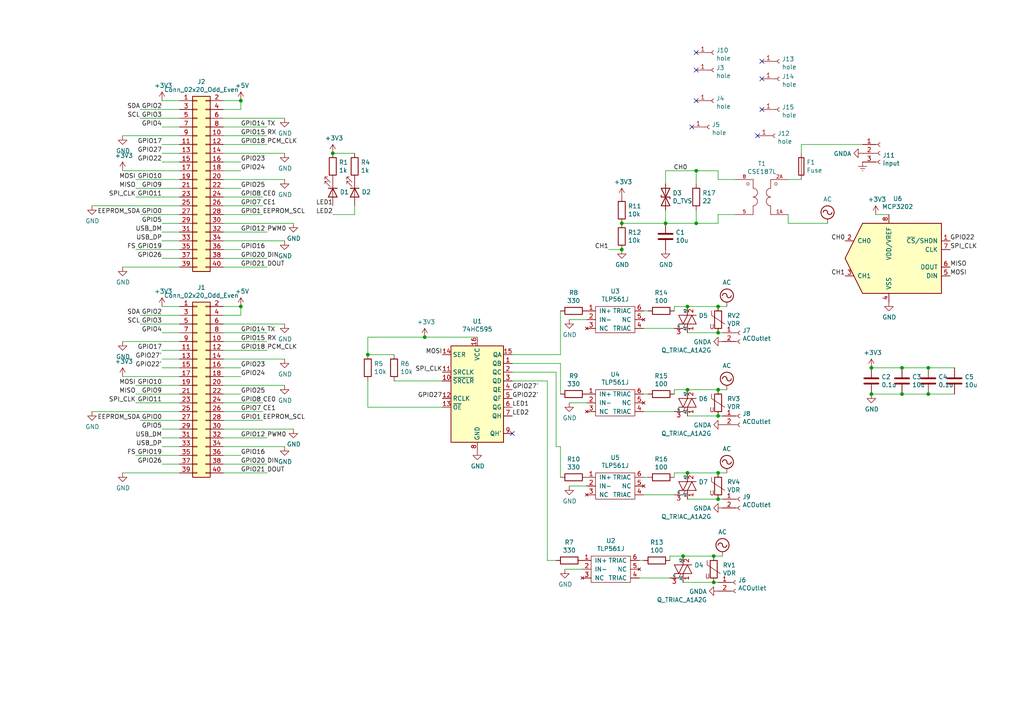
<source format=kicad_sch>
(kicad_sch (version 20211123) (generator eeschema)
  (paper "A4")
  (lib_symbols
    (symbol "74xx:74HC595"
      (property "Reference" "U" (at -7.62 13.97 0))
      (property "Value" "74HC595" (at -7.62 -16.51 0))
      (symbol "74HC595_1_0"
        (pin tri_state line (at 10.16 7.62 180) (length 2.54) (name "QB") (number "1"))
        (pin input line (at -10.16 2.54 0) (length 2.54) (name "~{SRCLR}") (number "10"))
        (pin input line (at -10.16 5.08 0) (length 2.54) (name "SRCLK") (number "11"))
        (pin input line (at -10.16 -2.54 0) (length 2.54) (name "RCLK") (number "12"))
        (pin input line (at -10.16 -5.08 0) (length 2.54) (name "~{OE}") (number "13"))
        (pin input line (at -10.16 10.16 0) (length 2.54) (name "SER") (number "14"))
        (pin tri_state line (at 10.16 10.16 180) (length 2.54) (name "QA") (number "15"))
        (pin power_in line (at 0 15.24 270) (length 2.54) (name "VCC") (number "16"))
        (pin tri_state line (at 10.16 5.08 180) (length 2.54) (name "QC") (number "2"))
        (pin tri_state line (at 10.16 2.54 180) (length 2.54) (name "QD") (number "3"))
        (pin tri_state line (at 10.16 0 180) (length 2.54) (name "QE") (number "4"))
        (pin tri_state line (at 10.16 -2.54 180) (length 2.54) (name "QF") (number "5"))
        (pin tri_state line (at 10.16 -5.08 180) (length 2.54) (name "QG") (number "6"))
        (pin tri_state line (at 10.16 -7.62 180) (length 2.54) (name "QH") (number "7"))
        (pin power_in line (at 0 -17.78 90) (length 2.54) (name "GND") (number "8"))
        (pin output line (at 10.16 -12.7 180) (length 2.54) (name "QH'") (number "9"))
      )
    )
    (symbol "Analog_ADC:MCP3202" (pin_names (offset 1.016))
      (property "Reference" "U" (at -6.35 11.43 0))
      (property "Value" "MCP3202" (at 11.43 11.43 0))
      (symbol "MCP3202_1_1"
        (pin input line (at 17.78 5.08 180) (length 2.54) (name "~{CS}/SHDN") (number "1"))
        (pin passive line (at -12.7 5.08 0) (length 2.54) (name "CH0") (number "2"))
        (pin passive line (at -12.7 -5.08 0) (length 2.54) (name "CH1") (number "3"))
        (pin power_in line (at 0 -12.7 90) (length 2.54) (name "VSS") (number "4"))
        (pin input line (at 17.78 -5.08 180) (length 2.54) (name "DIN") (number "5"))
        (pin output line (at 17.78 -2.54 180) (length 2.54) (name "DOUT") (number "6"))
        (pin input line (at 17.78 2.54 180) (length 2.54) (name "CLK") (number "7"))
        (pin power_in line (at 0 12.7 270) (length 2.54) (name "VDD/VREF") (number "8"))
      )
    )
    (symbol "CSE187L:CSE187L" (pin_names (offset 1.016) hide)
      (property "Reference" "T" (at -5.08 7.62 0))
      (property "Value" "CSE187L" (at -5.08 -7.62 0))
      (symbol "CSE187L_0_0"
        (pin passive line (at -7.62 -5.08 0) (length 5.08) (name "~") (number "1A"))
        (pin passive line (at -7.62 5.08 0) (length 5.08) (name "~") (number "2A"))
        (pin passive line (at 7.62 -5.08 180) (length 5.08) (name "~") (number "5"))
        (pin passive line (at 7.62 5.08 180) (length 5.08) (name "~") (number "8"))
      )
    )
    (symbol "Connector:Conn_01x01_Female" (pin_names (offset 1.016) hide)
      (property "Reference" "J" (at 0 2.54 0))
      (property "Value" "Conn_01x01_Female" (at 0 -2.54 0))
      (symbol "Conn_01x01_Female_1_1"
        (pin passive line (at -5.08 0 0) (length 3.81) (name "Pin_1") (number "1"))
      )
    )
    (symbol "Connector:Conn_01x02_Female" (pin_names (offset 1.016) hide)
      (property "Reference" "J" (at 0 2.54 0))
      (property "Value" "Conn_01x02_Female" (at 0 -5.08 0))
      (symbol "Conn_01x02_Female_1_1"
        (pin passive line (at -5.08 0 0) (length 3.81) (name "Pin_1") (number "1"))
        (pin passive line (at -5.08 -2.54 0) (length 3.81) (name "Pin_2") (number "2"))
      )
    )
    (symbol "Connector:Conn_01x03_Female" (pin_names (offset 1.016) hide)
      (property "Reference" "J" (at 0 5.08 0))
      (property "Value" "Conn_01x03_Female" (at 0 -5.08 0))
      (symbol "Conn_01x03_Female_1_1"
        (pin passive line (at -5.08 2.54 0) (length 3.81) (name "Pin_1") (number "1"))
        (pin passive line (at -5.08 0 0) (length 3.81) (name "Pin_2") (number "2"))
        (pin passive line (at -5.08 -2.54 0) (length 3.81) (name "Pin_3") (number "3"))
      )
    )
    (symbol "Connector_Generic:Conn_02x20_Odd_Even" (pin_names (offset 1.016) hide)
      (property "Reference" "J" (at 1.27 25.4 0))
      (property "Value" "Conn_02x20_Odd_Even" (at 1.27 -27.94 0))
      (symbol "Conn_02x20_Odd_Even_1_1"
        (pin passive line (at -5.08 22.86 0) (length 3.81) (name "Pin_1") (number "1"))
        (pin passive line (at 7.62 12.7 180) (length 3.81) (name "Pin_10") (number "10"))
        (pin passive line (at -5.08 10.16 0) (length 3.81) (name "Pin_11") (number "11"))
        (pin passive line (at 7.62 10.16 180) (length 3.81) (name "Pin_12") (number "12"))
        (pin passive line (at -5.08 7.62 0) (length 3.81) (name "Pin_13") (number "13"))
        (pin passive line (at 7.62 7.62 180) (length 3.81) (name "Pin_14") (number "14"))
        (pin passive line (at -5.08 5.08 0) (length 3.81) (name "Pin_15") (number "15"))
        (pin passive line (at 7.62 5.08 180) (length 3.81) (name "Pin_16") (number "16"))
        (pin passive line (at -5.08 2.54 0) (length 3.81) (name "Pin_17") (number "17"))
        (pin passive line (at 7.62 2.54 180) (length 3.81) (name "Pin_18") (number "18"))
        (pin passive line (at -5.08 0 0) (length 3.81) (name "Pin_19") (number "19"))
        (pin passive line (at 7.62 22.86 180) (length 3.81) (name "Pin_2") (number "2"))
        (pin passive line (at 7.62 0 180) (length 3.81) (name "Pin_20") (number "20"))
        (pin passive line (at -5.08 -2.54 0) (length 3.81) (name "Pin_21") (number "21"))
        (pin passive line (at 7.62 -2.54 180) (length 3.81) (name "Pin_22") (number "22"))
        (pin passive line (at -5.08 -5.08 0) (length 3.81) (name "Pin_23") (number "23"))
        (pin passive line (at 7.62 -5.08 180) (length 3.81) (name "Pin_24") (number "24"))
        (pin passive line (at -5.08 -7.62 0) (length 3.81) (name "Pin_25") (number "25"))
        (pin passive line (at 7.62 -7.62 180) (length 3.81) (name "Pin_26") (number "26"))
        (pin passive line (at -5.08 -10.16 0) (length 3.81) (name "Pin_27") (number "27"))
        (pin passive line (at 7.62 -10.16 180) (length 3.81) (name "Pin_28") (number "28"))
        (pin passive line (at -5.08 -12.7 0) (length 3.81) (name "Pin_29") (number "29"))
        (pin passive line (at -5.08 20.32 0) (length 3.81) (name "Pin_3") (number "3"))
        (pin passive line (at 7.62 -12.7 180) (length 3.81) (name "Pin_30") (number "30"))
        (pin passive line (at -5.08 -15.24 0) (length 3.81) (name "Pin_31") (number "31"))
        (pin passive line (at 7.62 -15.24 180) (length 3.81) (name "Pin_32") (number "32"))
        (pin passive line (at -5.08 -17.78 0) (length 3.81) (name "Pin_33") (number "33"))
        (pin passive line (at 7.62 -17.78 180) (length 3.81) (name "Pin_34") (number "34"))
        (pin passive line (at -5.08 -20.32 0) (length 3.81) (name "Pin_35") (number "35"))
        (pin passive line (at 7.62 -20.32 180) (length 3.81) (name "Pin_36") (number "36"))
        (pin passive line (at -5.08 -22.86 0) (length 3.81) (name "Pin_37") (number "37"))
        (pin passive line (at 7.62 -22.86 180) (length 3.81) (name "Pin_38") (number "38"))
        (pin passive line (at -5.08 -25.4 0) (length 3.81) (name "Pin_39") (number "39"))
        (pin passive line (at 7.62 20.32 180) (length 3.81) (name "Pin_4") (number "4"))
        (pin passive line (at 7.62 -25.4 180) (length 3.81) (name "Pin_40") (number "40"))
        (pin passive line (at -5.08 17.78 0) (length 3.81) (name "Pin_5") (number "5"))
        (pin passive line (at 7.62 17.78 180) (length 3.81) (name "Pin_6") (number "6"))
        (pin passive line (at -5.08 15.24 0) (length 3.81) (name "Pin_7") (number "7"))
        (pin passive line (at 7.62 15.24 180) (length 3.81) (name "Pin_8") (number "8"))
        (pin passive line (at -5.08 12.7 0) (length 3.81) (name "Pin_9") (number "9"))
      )
    )
    (symbol "Device:C" (pin_numbers hide) (pin_names (offset 0.254))
      (property "Reference" "C" (at 0.635 2.54 0))
      (property "Value" "C" (at 0.635 -2.54 0))
      (symbol "C_1_1"
        (pin passive line (at 0 3.81 270) (length 2.794) (name "~") (number "1"))
        (pin passive line (at 0 -3.81 90) (length 2.794) (name "~") (number "2"))
      )
    )
    (symbol "Device:D_TVS" (pin_numbers hide) (pin_names (offset 1.016) hide)
      (property "Reference" "D" (at 0 2.54 0))
      (property "Value" "D_TVS" (at 0 -2.54 0))
      (symbol "D_TVS_1_1"
        (pin passive line (at -3.81 0 0) (length 2.54) (name "A1") (number "1"))
        (pin passive line (at 3.81 0 180) (length 2.54) (name "A2") (number "2"))
      )
    )
    (symbol "Device:Fuse" (pin_numbers hide) (pin_names (offset 0))
      (property "Reference" "F" (at 2.032 0 90))
      (property "Value" "Fuse" (at -1.905 0 90))
      (symbol "Fuse_1_1"
        (pin passive line (at 0 3.81 270) (length 1.27) (name "~") (number "1"))
        (pin passive line (at 0 -3.81 90) (length 1.27) (name "~") (number "2"))
      )
    )
    (symbol "Device:LED" (pin_numbers hide) (pin_names (offset 1.016) hide)
      (property "Reference" "D" (at 0 2.54 0))
      (property "Value" "LED" (at 0 -2.54 0))
      (symbol "LED_1_1"
        (pin passive line (at -3.81 0 0) (length 2.54) (name "K") (number "1"))
        (pin passive line (at 3.81 0 180) (length 2.54) (name "A") (number "2"))
      )
    )
    (symbol "Device:Q_TRIAC_A1A2G" (pin_names (offset 0))
      (property "Reference" "D" (at 3.175 0.635 0))
      (property "Value" "Q_TRIAC_A1A2G" (at 3.175 -1.27 0))
      (symbol "Q_TRIAC_A1A2G_1_1"
        (pin passive line (at 0 -3.81 90) (length 2.54) (name "A1") (number "1"))
        (pin passive line (at 0 3.81 270) (length 2.54) (name "A2") (number "2"))
        (pin input line (at -3.81 -2.54 0) (length 2.54) (name "G") (number "3"))
      )
    )
    (symbol "Device:R" (pin_numbers hide) (pin_names (offset 0))
      (property "Reference" "R" (at 2.032 0 90))
      (property "Value" "R" (at 0 0 90))
      (symbol "R_1_1"
        (pin passive line (at 0 3.81 270) (length 1.27) (name "~") (number "1"))
        (pin passive line (at 0 -3.81 90) (length 1.27) (name "~") (number "2"))
      )
    )
    (symbol "Device:Varistor" (pin_numbers hide) (pin_names (offset 0))
      (property "Reference" "RV" (at 3.175 0 90))
      (property "Value" "Varistor" (at -3.175 0 90))
      (symbol "Varistor_0_0"
        (text "U" (at -1.778 -2.032 0) (effects (font (size 1.27 1.27))))
      )
      (symbol "Varistor_1_1"
        (pin passive line (at 0 3.81 270) (length 1.27) (name "~") (number "1"))
        (pin passive line (at 0 -3.81 90) (length 1.27) (name "~") (number "2"))
      )
    )
    (symbol "power:+3V3" (power) (pin_names (offset 0))
      (property "Value" "+3V3" (at 0 3.556 0))
      (symbol "+3V3_1_1"
        (pin power_in line (at 0 0 90) (length 0) hide (name "+3V3") (number "1"))
      )
    )
    (symbol "power:+5V" (power) (pin_names (offset 0))
      (property "Value" "+5V" (at 0 3.556 0))
      (symbol "+5V_1_1"
        (pin power_in line (at 0 0 90) (length 0) hide (name "+5V") (number "1"))
      )
    )
    (symbol "power:AC" (power) (pin_names (offset 0))
      (property "Value" "AC" (at 0 6.35 0))
      (symbol "AC_1_1"
        (pin power_in line (at 0 0 90) (length 0) hide (name "AC") (number "1"))
      )
    )
    (symbol "power:Earth" (power) (pin_names (offset 0))
      (symbol "Earth_1_1"
        (pin power_in line (at 0 0 270) (length 0) hide (name "Earth") (number "1"))
      )
    )
    (symbol "power:GND" (power) (pin_names (offset 0))
      (property "Value" "GND" (at 0 -3.81 0))
      (symbol "GND_1_1"
        (pin power_in line (at 0 0 270) (length 0) hide (name "GND") (number "1"))
      )
    )
    (symbol "power:GNDA" (power) (pin_names (offset 0))
      (property "Value" "GNDA" (at 0 -3.81 0))
      (symbol "GNDA_1_1"
        (pin power_in line (at 0 0 270) (length 0) hide (name "GNDA") (number "1"))
      )
    )
    (symbol "thisProj:TLP561J" (pin_names (offset 1.016))
      (property "Reference" "U" (at 0 -5.08 0))
      (property "Value" "TLP561J" (at 0 5.08 0))
      (symbol "TLP561J_1_1"
        (pin passive line (at -8.89 2.54 0) (length 2.54) (name "IN+") (number "1"))
        (pin passive line (at -8.89 0 0) (length 2.54) (name "IN-") (number "2"))
        (pin no_connect line (at -8.89 -2.54 0) (length 2.54) (name "NC") (number "3"))
        (pin passive line (at 7.62 -2.54 180) (length 2.54) (name "TRIAC") (number "4"))
        (pin no_connect line (at 7.62 0 180) (length 2.54) (name "NC") (number "5"))
        (pin passive line (at 7.62 2.54 180) (length 2.54) (name "TRIAC") (number "6"))
      )
    )
  )
  (junction (at 252.73 106.68))
  (junction (at 261.62 106.68))
  (junction (at 201.93 64.77))
  (junction (at 208.28 88.9))
  (junction (at 252.73 114.3))
  (junction (at 199.39 137.16))
  (junction (at 198.12 161.29))
  (junction (at 269.24 114.3))
  (junction (at 199.39 113.03))
  (junction (at 193.04 64.77))
  (junction (at 180.34 72.39))
  (junction (at 269.24 106.68))
  (junction (at 106.68 102.87))
  (junction (at 201.93 49.53))
  (junction (at 207.01 161.29))
  (junction (at 261.62 114.3))
  (junction (at 180.34 64.77))
  (junction (at 207.01 168.91))
  (junction (at 96.52 44.45))
  (junction (at 199.39 88.9))
  (junction (at 208.28 120.65))
  (junction (at 123.19 97.79))
  (junction (at 69.85 29.21))
  (junction (at 208.28 137.16))
  (junction (at 208.28 113.03))
  (junction (at 69.85 88.9))
  (junction (at 208.28 96.52))
  (junction (at 208.28 144.78))
  (no_connect (at 220.98 22.86))
  (no_connect (at 148.59 125.73))
  (no_connect (at 201.93 15.24))
  (no_connect (at 201.93 29.21))
  (no_connect (at 201.93 20.32))
  (no_connect (at 220.98 31.75))
  (no_connect (at 220.98 17.78))
  (no_connect (at 200.66 36.83))
  (no_connect (at 219.71 39.37))
  (bus_entry (at 200.66 232.41) (size 2.54 2.54))
  (wire (pts (xy 64.77 111.76) (xy 82.55 111.76)))
  (wire (pts (xy 46.99 104.14) (xy 52.07 104.14)))
  (wire (pts (xy 64.77 39.37) (xy 77.47 39.37)))
  (wire (pts (xy 64.77 34.29) (xy 82.55 34.29)))
  (wire (pts (xy 40.64 121.92) (xy 52.07 121.92)))
  (wire (pts (xy 46.99 101.6) (xy 52.07 101.6)))
  (wire (pts (xy 158.75 110.49) (xy 158.75 162.56)))
  (wire (pts (xy 46.99 64.77) (xy 52.07 64.77)))
  (wire (pts (xy 46.99 44.45) (xy 52.07 44.45)))
  (wire (pts (xy 261.62 106.68) (xy 269.24 106.68)))
  (wire (pts (xy 269.24 114.3) (xy 261.62 114.3)))
  (wire (pts (xy 64.77 104.14) (xy 82.55 104.14)))
  (wire (pts (xy 201.93 49.53) (xy 208.28 49.53)))
  (wire (pts (xy 64.77 31.75) (xy 69.85 31.75)))
  (wire (pts (xy 195.58 88.9) (xy 199.39 88.9)))
  (wire (pts (xy 64.77 101.6) (xy 77.47 101.6)))
  (wire (pts (xy 82.55 69.85) (xy 64.77 69.85)))
  (wire (pts (xy 198.12 161.29) (xy 207.01 161.29)))
  (wire (pts (xy 158.75 162.56) (xy 161.29 162.56)))
  (wire (pts (xy 64.77 52.07) (xy 82.55 52.07)))
  (wire (pts (xy 35.56 109.22) (xy 52.07 109.22)))
  (wire (pts (xy 46.99 67.31) (xy 52.07 67.31)))
  (wire (pts (xy 193.04 53.34) (xy 193.04 49.53)))
  (wire (pts (xy 40.64 34.29) (xy 52.07 34.29)))
  (wire (pts (xy 106.68 110.49) (xy 106.68 118.11)))
  (wire (pts (xy 96.52 62.23) (xy 102.87 62.23)))
  (wire (pts (xy 64.77 29.21) (xy 69.85 29.21)))
  (wire (pts (xy 39.37 72.39) (xy 52.07 72.39)))
  (wire (pts (xy 228.6 64.77) (xy 228.6 62.23)))
  (wire (pts (xy 165.1 116.84) (xy 170.18 116.84)))
  (wire (pts (xy 46.99 124.46) (xy 52.07 124.46)))
  (wire (pts (xy 46.99 88.9) (xy 52.07 88.9)))
  (wire (pts (xy 148.59 110.49) (xy 158.75 110.49)))
  (wire (pts (xy 40.64 93.98) (xy 52.07 93.98)))
  (wire (pts (xy 46.99 41.91) (xy 52.07 41.91)))
  (wire (pts (xy 64.77 116.84) (xy 76.2 116.84)))
  (wire (pts (xy 64.77 106.68) (xy 69.85 106.68)))
  (wire (pts (xy 199.39 137.16) (xy 208.28 137.16)))
  (wire (pts (xy 40.64 31.75) (xy 52.07 31.75)))
  (wire (pts (xy 64.77 77.47) (xy 77.47 77.47)))
  (wire (pts (xy 208.28 88.9) (xy 210.82 88.9)))
  (wire (pts (xy 193.04 60.96) (xy 193.04 64.77)))
  (wire (pts (xy 69.85 31.75) (xy 69.85 29.21)))
  (wire (pts (xy 199.39 113.03) (xy 208.28 113.03)))
  (wire (pts (xy 195.58 113.03) (xy 199.39 113.03)))
  (wire (pts (xy 195.58 90.17) (xy 195.58 88.9)))
  (wire (pts (xy 64.77 99.06) (xy 77.47 99.06)))
  (wire (pts (xy 165.1 92.71) (xy 170.18 92.71)))
  (wire (pts (xy 232.41 44.45) (xy 232.41 41.91)))
  (wire (pts (xy 64.77 44.45) (xy 82.55 44.45)))
  (wire (pts (xy 208.28 62.23) (xy 208.28 64.77)))
  (wire (pts (xy 254 62.23) (xy 257.81 62.23)))
  (wire (pts (xy 148.59 102.87) (xy 162.56 102.87)))
  (wire (pts (xy 46.99 36.83) (xy 52.07 36.83)))
  (wire (pts (xy 64.77 59.69) (xy 76.2 59.69)))
  (wire (pts (xy 194.31 162.56) (xy 194.31 161.29)))
  (wire (pts (xy 64.77 124.46) (xy 85.09 124.46)))
  (wire (pts (xy 186.69 162.56) (xy 185.42 162.56)))
  (wire (pts (xy 64.77 74.93) (xy 77.47 74.93)))
  (wire (pts (xy 82.55 129.54) (xy 64.77 129.54)))
  (wire (pts (xy 201.93 64.77) (xy 201.93 60.96)))
  (wire (pts (xy 148.59 107.95) (xy 161.29 107.95)))
  (wire (pts (xy 64.77 91.44) (xy 69.85 91.44)))
  (wire (pts (xy 64.77 72.39) (xy 69.85 72.39)))
  (wire (pts (xy 208.28 120.65) (xy 209.55 120.65)))
  (wire (pts (xy 69.85 91.44) (xy 69.85 88.9)))
  (wire (pts (xy 39.37 114.3) (xy 52.07 114.3)))
  (wire (pts (xy 46.99 29.21) (xy 52.07 29.21)))
  (wire (pts (xy 64.77 114.3) (xy 69.85 114.3)))
  (wire (pts (xy 39.37 132.08) (xy 52.07 132.08)))
  (wire (pts (xy 64.77 57.15) (xy 76.2 57.15)))
  (wire (pts (xy 186.69 143.51) (xy 195.58 143.51)))
  (wire (pts (xy 102.87 44.45) (xy 96.52 44.45)))
  (wire (pts (xy 185.42 167.64) (xy 194.31 167.64)))
  (wire (pts (xy 199.39 88.9) (xy 208.28 88.9)))
  (wire (pts (xy 64.77 41.91) (xy 77.47 41.91)))
  (wire (pts (xy 208.28 144.78) (xy 209.55 144.78)))
  (wire (pts (xy 162.56 129.54) (xy 162.56 138.43)))
  (wire (pts (xy 186.69 95.25) (xy 195.58 95.25)))
  (wire (pts (xy 64.77 64.77) (xy 85.09 64.77)))
  (wire (pts (xy 208.28 96.52) (xy 209.55 96.52)))
  (wire (pts (xy 232.41 41.91) (xy 250.19 41.91)))
  (wire (pts (xy 187.96 114.3) (xy 186.69 114.3)))
  (wire (pts (xy 46.99 96.52) (xy 52.07 96.52)))
  (wire (pts (xy 64.77 46.99) (xy 69.85 46.99)))
  (wire (pts (xy 207.01 168.91) (xy 208.28 168.91)))
  (wire (pts (xy 52.07 77.47) (xy 35.56 77.47)))
  (wire (pts (xy 187.96 90.17) (xy 186.69 90.17)))
  (wire (pts (xy 64.77 96.52) (xy 77.47 96.52)))
  (wire (pts (xy 64.77 93.98) (xy 82.55 93.98)))
  (wire (pts (xy 64.77 36.83) (xy 77.47 36.83)))
  (wire (pts (xy 208.28 113.03) (xy 210.82 113.03)))
  (wire (pts (xy 208.28 96.52) (xy 199.39 96.52)))
  (wire (pts (xy 269.24 106.68) (xy 276.86 106.68)))
  (wire (pts (xy 52.07 137.16) (xy 35.56 137.16)))
  (wire (pts (xy 161.29 107.95) (xy 161.29 129.54)))
  (wire (pts (xy 106.68 97.79) (xy 106.68 102.87)))
  (wire (pts (xy 64.77 67.31) (xy 77.47 67.31)))
  (wire (pts (xy 64.77 49.53) (xy 69.85 49.53)))
  (wire (pts (xy 163.83 165.1) (xy 168.91 165.1)))
  (wire (pts (xy 46.99 134.62) (xy 52.07 134.62)))
  (wire (pts (xy 102.87 62.23) (xy 102.87 59.69)))
  (wire (pts (xy 64.77 137.16) (xy 77.47 137.16)))
  (wire (pts (xy 46.99 46.99) (xy 52.07 46.99)))
  (wire (pts (xy 123.19 97.79) (xy 106.68 97.79)))
  (wire (pts (xy 64.77 134.62) (xy 77.47 134.62)))
  (wire (pts (xy 40.64 91.44) (xy 52.07 91.44)))
  (wire (pts (xy 187.96 138.43) (xy 186.69 138.43)))
  (wire (pts (xy 40.64 62.23) (xy 52.07 62.23)))
  (wire (pts (xy 176.53 72.39) (xy 180.34 72.39)))
  (wire (pts (xy 207.01 168.91) (xy 198.12 168.91)))
  (wire (pts (xy 208.28 120.65) (xy 199.39 120.65)))
  (wire (pts (xy 39.37 57.15) (xy 52.07 57.15)))
  (wire (pts (xy 26.67 59.69) (xy 52.07 59.69)))
  (wire (pts (xy 64.77 119.38) (xy 76.2 119.38)))
  (wire (pts (xy 64.77 54.61) (xy 69.85 54.61)))
  (wire (pts (xy 228.6 64.77) (xy 240.03 64.77)))
  (wire (pts (xy 46.99 127) (xy 52.07 127)))
  (wire (pts (xy 193.04 64.77) (xy 201.93 64.77)))
  (wire (pts (xy 276.86 114.3) (xy 269.24 114.3)))
  (wire (pts (xy 46.99 129.54) (xy 52.07 129.54)))
  (wire (pts (xy 148.59 105.41) (xy 162.56 105.41)))
  (wire (pts (xy 114.3 110.49) (xy 128.27 110.49)))
  (wire (pts (xy 180.34 64.77) (xy 193.04 64.77)))
  (wire (pts (xy 39.37 52.07) (xy 52.07 52.07)))
  (wire (pts (xy 106.68 102.87) (xy 114.3 102.87)))
  (wire (pts (xy 46.99 74.93) (xy 52.07 74.93)))
  (wire (pts (xy 208.28 64.77) (xy 201.93 64.77)))
  (wire (pts (xy 46.99 69.85) (xy 52.07 69.85)))
  (wire (pts (xy 162.56 105.41) (xy 162.56 114.3)))
  (wire (pts (xy 35.56 49.53) (xy 52.07 49.53)))
  (wire (pts (xy 64.77 132.08) (xy 69.85 132.08)))
  (wire (pts (xy 46.99 106.68) (xy 52.07 106.68)))
  (wire (pts (xy 138.43 97.79) (xy 123.19 97.79)))
  (wire (pts (xy 261.62 114.3) (xy 252.73 114.3)))
  (wire (pts (xy 252.73 106.68) (xy 261.62 106.68)))
  (wire (pts (xy 162.56 102.87) (xy 162.56 90.17)))
  (wire (pts (xy 195.58 114.3) (xy 195.58 113.03)))
  (wire (pts (xy 35.56 99.06) (xy 52.07 99.06)))
  (wire (pts (xy 208.28 137.16) (xy 210.82 137.16)))
  (wire (pts (xy 208.28 49.53) (xy 208.28 52.07)))
  (wire (pts (xy 64.77 127) (xy 77.47 127)))
  (wire (pts (xy 161.29 129.54) (xy 162.56 129.54)))
  (wire (pts (xy 165.1 140.97) (xy 170.18 140.97)))
  (wire (pts (xy 26.67 119.38) (xy 52.07 119.38)))
  (wire (pts (xy 201.93 53.34) (xy 201.93 49.53)))
  (wire (pts (xy 208.28 52.07) (xy 213.36 52.07)))
  (wire (pts (xy 64.77 88.9) (xy 69.85 88.9)))
  (wire (pts (xy 193.04 49.53) (xy 201.93 49.53)))
  (wire (pts (xy 39.37 54.61) (xy 52.07 54.61)))
  (wire (pts (xy 64.77 62.23) (xy 76.2 62.23)))
  (wire (pts (xy 106.68 118.11) (xy 128.27 118.11)))
  (wire (pts (xy 186.69 119.38) (xy 195.58 119.38)))
  (wire (pts (xy 195.58 137.16) (xy 199.39 137.16)))
  (wire (pts (xy 207.01 161.29) (xy 209.55 161.29)))
  (wire (pts (xy 228.6 52.07) (xy 232.41 52.07)))
  (wire (pts (xy 39.37 116.84) (xy 52.07 116.84)))
  (wire (pts (xy 195.58 138.43) (xy 195.58 137.16)))
  (wire (pts (xy 208.28 62.23) (xy 213.36 62.23)))
  (wire (pts (xy 39.37 111.76) (xy 52.07 111.76)))
  (wire (pts (xy 64.77 121.92) (xy 76.2 121.92)))
  (wire (pts (xy 194.31 161.29) (xy 198.12 161.29)))
  (wire (pts (xy 64.77 109.22) (xy 69.85 109.22)))
  (wire (pts (xy 208.28 144.78) (xy 199.39 144.78)))
  (wire (pts (xy 35.56 39.37) (xy 52.07 39.37)))
  (label "SPI_CLK" (at 128.27 107.95 180))
  (label "SPI_CLK" (at 39.37 116.84 180))
  (label "GPIO26" (at 46.99 134.62 180))
  (label "GPIO17" (at 46.99 101.6 180))
  (label "GPIO15" (at 69.85 39.37 0))
  (label "CH0" (at 245.11 69.85 180))
  (label "CE1" (at 76.2 119.38 0))
  (label "LED1" (at 96.52 59.69 180))
  (label "CE0" (at 76.2 116.84 0))
  (label "GPIO25" (at 69.85 54.61 0))
  (label "TX" (at 77.47 96.52 0))
  (label "GPIO11" (at 46.99 57.15 180))
  (label "GPIO14" (at 69.85 96.52 0))
  (label "SPI_CLK" (at 39.37 57.15 180))
  (label "GPIO2" (at 46.99 91.44 180))
  (label "GPIO16" (at 69.85 132.08 0))
  (label "USB_DP" (at 46.99 129.54 180))
  (label "GPIO5" (at 46.99 64.77 180))
  (label "DIN" (at 77.47 74.93 0))
  (label "GPIO27'" (at 148.59 113.03 0))
  (label "GPIO15" (at 69.85 99.06 0))
  (label "GPIO18" (at 69.85 41.91 0))
  (label "GPIO1" (at 69.85 62.23 0))
  (label "CH1" (at 176.53 72.39 180))
  (label "FS" (at 39.37 72.39 180))
  (label "MISO" (at 39.37 114.3 180))
  (label "GPIO7" (at 69.85 119.38 0))
  (label "GPIO22" (at 275.59 69.85 0))
  (label "GPIO22'" (at 148.59 115.57 0))
  (label "SDA" (at 40.64 91.44 180))
  (label "GPIO0" (at 46.99 62.23 180))
  (label "GPIO4" (at 46.99 96.52 180))
  (label "CE1" (at 76.2 59.69 0))
  (label "GPIO10" (at 46.99 52.07 180))
  (label "EEPROM_SDA" (at 40.64 62.23 180))
  (label "GPIO0" (at 46.99 121.92 180))
  (label "GPIO3" (at 46.99 34.29 180))
  (label "GPIO26" (at 46.99 74.93 180))
  (label "GPIO7" (at 69.85 59.69 0))
  (label "USB_DM" (at 46.99 127 180))
  (label "USB_DM" (at 46.99 67.31 180))
  (label "GPIO9" (at 46.99 54.61 180))
  (label "SPI_CLK" (at 275.59 72.39 0))
  (label "GPIO23" (at 69.85 106.68 0))
  (label "GPIO21" (at 69.85 137.16 0))
  (label "GPIO4" (at 46.99 36.83 180))
  (label "LED1" (at 148.59 118.11 0))
  (label "GPIO24" (at 69.85 49.53 0))
  (label "EEPROM_SCL" (at 76.2 121.92 0))
  (label "GPIO12" (at 69.85 67.31 0))
  (label "GPIO22'" (at 46.99 106.68 180))
  (label "LED2" (at 96.52 62.23 180))
  (label "RX" (at 77.47 39.37 0))
  (label "GPIO9" (at 46.99 114.3 180))
  (label "RX" (at 77.47 99.06 0))
  (label "DOUT" (at 77.47 77.47 0))
  (label "GPIO11" (at 46.99 116.84 180))
  (label "MOSI" (at 275.59 80.01 0))
  (label "GPIO20" (at 69.85 134.62 0))
  (label "TX" (at 77.47 36.83 0))
  (label "GPIO27" (at 46.99 44.45 180))
  (label "GPIO19" (at 46.99 132.08 180))
  (label "GPIO3" (at 46.99 93.98 180))
  (label "GPIO20" (at 69.85 74.93 0))
  (label "FS" (at 39.37 132.08 180))
  (label "DIN" (at 77.47 134.62 0))
  (label "GPIO16" (at 69.85 72.39 0))
  (label "MOSI" (at 128.27 102.87 180))
  (label "GPIO2" (at 46.99 31.75 180))
  (label "GPIO24" (at 69.85 109.22 0))
  (label "USB_DP" (at 46.99 69.85 180))
  (label "GPIO12" (at 69.85 127 0))
  (label "SCL" (at 40.64 34.29 180))
  (label "GPIO5" (at 46.99 124.46 180))
  (label "GPIO8" (at 69.85 116.84 0))
  (label "MOSI" (at 39.37 52.07 180))
  (label "GPIO25" (at 69.85 114.3 0))
  (label "EEPROM_SCL" (at 76.2 62.23 0))
  (label "GPIO10" (at 46.99 111.76 180))
  (label "MOSI" (at 39.37 111.76 180))
  (label "MISO" (at 275.59 77.47 0))
  (label "CE0" (at 76.2 57.15 0))
  (label "GPIO8" (at 69.85 57.15 0))
  (label "CH1" (at 245.11 80.01 180))
  (label "GPIO14" (at 69.85 36.83 0))
  (label "PWM0" (at 77.47 127 0))
  (label "CH0" (at 199.39 49.53 180))
  (label "GPIO27'" (at 46.99 104.14 180))
  (label "GPIO17" (at 46.99 41.91 180))
  (label "GPIO19" (at 46.99 72.39 180))
  (label "PCM_CLK" (at 77.47 41.91 0))
  (label "GPIO21" (at 69.85 77.47 0))
  (label "GPIO27" (at 128.27 115.57 180))
  (label "LED2" (at 148.59 120.65 0))
  (label "GPIO1" (at 69.85 121.92 0))
  (label "PWM0" (at 77.47 67.31 0))
  (label "SCL" (at 40.64 93.98 180))
  (label "MISO" (at 39.37 54.61 180))
  (label "EEPROM_SDA" (at 40.64 121.92 180))
  (label "GPIO18" (at 69.85 101.6 0))
  (label "GPIO22" (at 46.99 46.99 180))
  (label "SDA" (at 40.64 31.75 180))
  (label "GPIO23" (at 69.85 46.99 0))
  (label "PCM_CLK" (at 77.47 101.6 0))
  (label "DOUT" (at 77.47 137.16 0))
  (symbol (lib_id "power:+3V3") (at 46.99 29.21 0) (unit 1)
    (property "Reference" "#PWR0101" (effects hide))
    (property "Value" "+3V3" (at 47.371 24.8158 0))
  )
  (symbol (lib_id "power:GND") (at 35.56 39.37 0) (unit 1)
    (property "Reference" "#PWR0102" (effects hide))
    (property "Value" "GND" (at 35.687 43.7642 0))
  )
  (symbol (lib_id "power:+3V3") (at 35.56 49.53 0) (unit 1)
    (property "Reference" "#PWR0103" (effects hide))
    (property "Value" "+3V3" (at 35.941 45.1358 0))
  )
  (symbol (lib_id "power:GND") (at 26.67 59.69 0) (unit 1)
    (property "Reference" "#PWR0104" (effects hide))
    (property "Value" "GND" (at 26.797 64.0842 0))
  )
  (symbol (lib_id "power:GND") (at 35.56 77.47 0) (unit 1)
    (property "Reference" "#PWR0105" (effects hide))
    (property "Value" "GND" (at 35.687 81.8642 0))
  )
  (symbol (lib_id "power:+5V") (at 69.85 29.21 0) (unit 1)
    (property "Reference" "#PWR0106" (effects hide))
    (property "Value" "+5V" (at 70.231 24.8158 0))
  )
  (symbol (lib_id "power:GND") (at 82.55 34.29 0) (unit 1)
    (property "Reference" "#PWR0107" (effects hide))
    (property "Value" "GND" (at 82.677 38.6842 0))
  )
  (symbol (lib_id "power:GND") (at 82.55 44.45 0) (unit 1)
    (property "Reference" "#PWR0108" (effects hide))
    (property "Value" "GND" (at 82.677 48.8442 0))
  )
  (symbol (lib_id "power:GND") (at 82.55 52.07 0) (unit 1)
    (property "Reference" "#PWR0109" (effects hide))
    (property "Value" "GND" (at 82.677 56.4642 0))
  )
  (symbol (lib_id "power:GND") (at 85.09 64.77 0) (unit 1)
    (property "Reference" "#PWR0110" (effects hide))
    (property "Value" "GND" (at 85.217 69.1642 0))
  )
  (symbol (lib_id "power:GND") (at 82.55 69.85 0) (unit 1)
    (property "Reference" "#PWR0111" (effects hide))
    (property "Value" "GND" (at 82.677 74.2442 0))
  )
  (symbol (lib_id "power:+3V3") (at 46.99 88.9 0) (unit 1)
    (property "Reference" "#PWR0118" (effects hide))
    (property "Value" "+3V3" (at 47.371 84.5058 0))
  )
  (symbol (lib_id "power:GND") (at 35.56 99.06 0) (unit 1)
    (property "Reference" "#PWR0119" (effects hide))
    (property "Value" "GND" (at 35.687 103.4542 0))
  )
  (symbol (lib_id "power:+3V3") (at 35.56 109.22 0) (unit 1)
    (property "Reference" "#PWR0120" (effects hide))
    (property "Value" "+3V3" (at 35.941 104.8258 0))
  )
  (symbol (lib_id "power:GND") (at 26.67 119.38 0) (unit 1)
    (property "Reference" "#PWR0121" (effects hide))
    (property "Value" "GND" (at 26.797 123.7742 0))
  )
  (symbol (lib_id "power:GND") (at 35.56 137.16 0) (unit 1)
    (property "Reference" "#PWR0122" (effects hide))
    (property "Value" "GND" (at 35.687 141.5542 0))
  )
  (symbol (lib_id "power:+5V") (at 69.85 88.9 0) (unit 1)
    (property "Reference" "#PWR0123" (effects hide))
    (property "Value" "+5V" (at 70.231 84.5058 0))
  )
  (symbol (lib_id "power:GND") (at 82.55 93.98 0) (unit 1)
    (property "Reference" "#PWR0124" (effects hide))
    (property "Value" "GND" (at 82.677 98.3742 0))
  )
  (symbol (lib_id "power:GND") (at 82.55 104.14 0) (unit 1)
    (property "Reference" "#PWR0125" (effects hide))
    (property "Value" "GND" (at 82.677 108.5342 0))
  )
  (symbol (lib_id "power:GND") (at 82.55 111.76 0) (unit 1)
    (property "Reference" "#PWR0126" (effects hide))
    (property "Value" "GND" (at 82.677 116.1542 0))
  )
  (symbol (lib_id "power:GND") (at 85.09 124.46 0) (unit 1)
    (property "Reference" "#PWR0127" (effects hide))
    (property "Value" "GND" (at 85.217 128.8542 0))
  )
  (symbol (lib_id "power:GND") (at 82.55 129.54 0) (unit 1)
    (property "Reference" "#PWR0128" (effects hide))
    (property "Value" "GND" (at 82.677 133.9342 0))
  )
  (symbol (lib_id "Device:R") (at 201.93 57.15 0) (unit 1)
    (property "Reference" "R17" (at 203.708 55.9816 0) (effects (justify left)))
    (property "Value" "22" (at 203.708 58.293 0) (effects (justify left)))
    (property "Footprint" "Resistor_SMD:R_1206_3216Metric" (effects hide))
    (property "LCSC" "C17958" (effects hide))
  )
  (symbol (lib_id "Device:Q_TRIAC_A1A2G") (at 199.39 92.71 0) (unit 1)
    (property "Reference" "D5" (at 202.6412 91.5416 0) (effects (justify left)))
    (property "Value" "Q_TRIAC_A1A2G" (at 191.77 101.6 0) (effects (justify left)))
    (property "Footprint" "Package_TO_SOT_THT:TO-220F-3_Horizontal_TabDown" (effects hide))
  )
  (symbol (lib_id "Connector:Conn_01x03_Female") (at 255.27 44.45 0) (unit 1)
    (property "Reference" "J11" (at 255.9812 45.0596 0) (effects (justify left)))
    (property "Value" "input" (at 255.9812 47.371 0) (effects (justify left)))
    (property "Footprint" "bikeBoard:outlet" (effects hide))
  )
  (symbol (lib_id "thisProj:TLP561J") (at 179.07 92.71 0) (unit 1)
    (property "Reference" "U3" (at 178.435 84.455 0))
    (property "Value" "TLP561J" (at 178.435 86.7664 0))
    (property "Footprint" "Package_DIP:DIP-6_W7.62mm" (effects hide))
  )
  (symbol (lib_id "Connector_Generic:Conn_02x20_Odd_Even") (at 57.15 52.07 0) (unit 1)
    (property "Reference" "J2" (at 58.42 23.6982 0))
    (property "Value" "Conn_02x20_Odd_Even" (at 58.42 26.0096 0))
    (property "Footprint" "Connector_PinSocket_2.54mm:PinSocket_2x20_P2.54mm_Vertical" (effects hide))
  )
  (symbol (lib_id "Device:R") (at 191.77 90.17 270) (unit 1)
    (property "Reference" "R14" (at 191.77 84.9122 90))
    (property "Value" "100" (at 191.77 87.2236 90))
    (property "Footprint" "Resistor_SMD:R_0402_1005Metric" (effects hide))
    (property "LCSC" "C11702" (effects hide))
  )
  (symbol (lib_id "Connector:Conn_01x01_Female") (at 207.01 20.32 0) (unit 1)
    (property "Reference" "J3" (at 207.7212 19.6596 0) (effects (justify left)))
    (property "Value" "hole" (at 207.7212 21.971 0) (effects (justify left)))
    (property "Footprint" "bikeBoard:drill" (effects hide))
  )
  (symbol (lib_id "Device:D_TVS") (at 193.04 57.15 270) (unit 1)
    (property "Reference" "D3" (at 195.072 55.9816 90) (effects (justify left)))
    (property "Value" "D_TVS" (at 195.072 58.293 90) (effects (justify left)))
    (property "Footprint" "Diode_SMD:D_SMB-SMC_Universal_Handsoldering" (effects hide))
    (property "LCSC" "C78395" (effects hide))
  )
  (symbol (lib_id "Connector:Conn_01x01_Female") (at 207.01 29.21 0) (unit 1)
    (property "Reference" "J4" (at 207.7212 28.5496 0) (effects (justify left)))
    (property "Value" "hole" (at 207.7212 30.861 0) (effects (justify left)))
    (property "Footprint" "bikeBoard:drill" (effects hide))
  )
  (symbol (lib_id "Connector_Generic:Conn_02x20_Odd_Even") (at 57.15 111.76 0) (unit 1)
    (property "Reference" "J1" (at 58.42 83.3882 0))
    (property "Value" "Conn_02x20_Odd_Even" (at 58.42 85.6996 0))
    (property "Footprint" "Connector_PinHeader_2.54mm:PinHeader_2x20_P2.54mm_Vertical" (effects hide))
  )
  (symbol (lib_id "Device:R") (at 180.34 60.96 0) (unit 1)
    (property "Reference" "R11" (at 182.118 59.7916 0) (effects (justify left)))
    (property "Value" "10k" (at 182.118 62.103 0) (effects (justify left)))
    (property "Footprint" "Resistor_SMD:R_0402_1005Metric" (effects hide))
    (property "LCSC" "C25744" (effects hide))
  )
  (symbol (lib_id "Device:R") (at 180.34 68.58 0) (unit 1)
    (property "Reference" "R12" (at 182.118 67.4116 0) (effects (justify left)))
    (property "Value" "10k" (at 182.118 69.723 0) (effects (justify left)))
    (property "Footprint" "Resistor_SMD:R_0402_1005Metric" (effects hide))
    (property "LCSC" "C25744" (effects hide))
  )
  (symbol (lib_id "power:+3V3") (at 180.34 57.15 0) (unit 1)
    (property "Reference" "#PWR0113" (effects hide))
    (property "Value" "+3V3" (at 180.721 52.7558 0))
  )
  (symbol (lib_id "Device:Varistor") (at 208.28 92.71 0) (unit 1)
    (property "Reference" "RV2" (at 210.8962 91.5416 0) (effects (justify left)))
    (property "Value" "VDR" (at 210.8962 93.853 0) (effects (justify left)))
    (property "Footprint" "Varistor:RV_Disc_D9mm_W4.1mm_P5mm" (effects hide))
  )
  (symbol (lib_id "power:GND") (at 180.34 72.39 0) (unit 1)
    (property "Reference" "#PWR0114" (effects hide))
    (property "Value" "GND" (at 180.467 76.7842 0))
  )
  (symbol (lib_id "Connector:Conn_01x01_Female") (at 205.74 36.83 0) (unit 1)
    (property "Reference" "J5" (at 206.4512 36.1696 0) (effects (justify left)))
    (property "Value" "hole" (at 206.4512 38.481 0) (effects (justify left)))
    (property "Footprint" "bikeBoard:drill" (effects hide))
  )
  (symbol (lib_id "Device:C") (at 193.04 68.58 0) (unit 1)
    (property "Reference" "C1" (at 195.961 67.4116 0) (effects (justify left)))
    (property "Value" "10u" (at 195.961 69.723 0) (effects (justify left)))
    (property "Footprint" "Capacitor_SMD:C_1206_3216Metric" (effects hide))
    (property "LCSC" "C13585" (effects hide))
  )
  (symbol (lib_id "power:GND") (at 193.04 72.39 0) (unit 1)
    (property "Reference" "#PWR0115" (effects hide))
    (property "Value" "GND" (at 193.167 76.7842 0))
  )
  (symbol (lib_id "Device:R") (at 166.37 90.17 270) (unit 1)
    (property "Reference" "R8" (at 166.37 84.9122 90))
    (property "Value" "330" (at 166.37 87.2236 90))
    (property "Footprint" "Resistor_SMD:R_0402_1005Metric" (effects hide))
    (property "LCSC" "C25104" (effects hide))
  )
  (symbol (lib_id "power:+3V3") (at 123.19 97.79 0) (unit 1)
    (property "Reference" "#PWR0129" (effects hide))
    (property "Value" "+3V3" (at 123.571 93.3958 0))
  )
  (symbol (lib_id "Analog_ADC:MCP3202") (at 257.81 74.93 0) (unit 1)
    (property "Reference" "U6" (at 260.35 57.6326 0))
    (property "Value" "MCP3202" (at 260.35 59.944 0))
    (property "Footprint" "Package_SO:SOP-8_3.9x4.9mm_P1.27mm" (effects hide))
    (property "Datasheet" "http://ww1.microchip.com/downloads/en/DeviceDoc/21034D.pdf" (effects hide))
  )
  (symbol (lib_id "power:GND") (at 257.81 87.63 0) (unit 1)
    (property "Reference" "#PWR0116" (effects hide))
    (property "Value" "GND" (at 257.937 92.0242 0))
  )
  (symbol (lib_id "power:+3V3") (at 254 62.23 0) (unit 1)
    (property "Reference" "#PWR0117" (effects hide))
    (property "Value" "+3V3" (at 254.381 57.8358 0))
  )
  (symbol (lib_id "power:GND") (at 138.43 130.81 0) (unit 1)
    (property "Reference" "#PWR0130" (effects hide))
    (property "Value" "GND" (at 138.557 135.2042 0))
  )
  (symbol (lib_id "74xx:74HC595") (at 138.43 113.03 0) (unit 1)
    (property "Reference" "U1" (at 138.43 93.1926 0))
    (property "Value" "74HC595" (at 138.43 95.504 0))
    (property "Footprint" "Package_SO:SOIC-16_3.9x9.9mm_P1.27mm" (effects hide))
    (property "Datasheet" "http://www.ti.com/lit/ds/symlink/sn74hc595.pdf" (effects hide))
    (property "LCSC" "C5947" (effects hide))
  )
  (symbol (lib_id "Device:R") (at 114.3 106.68 0) (unit 1)
    (property "Reference" "R6" (at 116.078 105.5116 0) (effects (justify left)))
    (property "Value" "10k" (at 116.078 107.823 0) (effects (justify left)))
    (property "Footprint" "Resistor_SMD:R_0402_1005Metric" (effects hide))
    (property "LCSC" "C25744" (effects hide))
  )
  (symbol (lib_id "Device:R") (at 106.68 106.68 0) (unit 1)
    (property "Reference" "R5" (at 108.458 105.5116 0) (effects (justify left)))
    (property "Value" "10k" (at 108.458 107.823 0) (effects (justify left)))
    (property "Footprint" "Resistor_SMD:R_0402_1005Metric" (effects hide))
    (property "LCSC" "C25744" (effects hide))
  )
  (symbol (lib_id "power:GND") (at 165.1 92.71 0) (unit 1)
    (property "Reference" "#PWR0131" (effects hide))
    (property "Value" "GND" (at 165.227 97.1042 0))
  )
  (symbol (lib_id "power:AC") (at 240.03 64.77 0) (unit 1)
    (property "Reference" "#PWR0132" (effects hide))
    (property "Value" "AC" (at 240.03 57.785 0))
  )
  (symbol (lib_id "power:GNDA") (at 250.19 44.45 270) (unit 1)
    (property "Reference" "#PWR0133" (effects hide))
    (property "Value" "GNDA" (at 246.9642 44.577 90) (effects (justify right)))
  )
  (symbol (lib_id "power:GNDA") (at 209.55 99.06 270) (unit 1)
    (property "Reference" "#PWR0134" (effects hide))
    (property "Value" "GNDA" (at 206.3242 99.187 90) (effects (justify right)))
  )
  (symbol (lib_id "power:AC") (at 210.82 88.9 0) (unit 1)
    (property "Reference" "#PWR0135" (effects hide))
    (property "Value" "AC" (at 210.82 81.915 0))
  )
  (symbol (lib_id "Connector:Conn_01x02_Female") (at 214.63 96.52 0) (unit 1)
    (property "Reference" "J7" (at 215.3412 95.8596 0) (effects (justify left)))
    (property "Value" "ACOutlet" (at 215.3412 98.171 0) (effects (justify left)))
    (property "Footprint" "bikeBoard:inlet" (effects hide))
  )
  (symbol (lib_id "Device:Q_TRIAC_A1A2G") (at 199.39 116.84 0) (unit 1)
    (property "Reference" "D6" (at 202.6412 115.6716 0) (effects (justify left)))
    (property "Value" "Q_TRIAC_A1A2G" (at 191.77 125.73 0) (effects (justify left)))
    (property "Footprint" "Package_TO_SOT_THT:TO-220F-3_Horizontal_TabDown" (effects hide))
  )
  (symbol (lib_id "thisProj:TLP561J") (at 179.07 116.84 0) (unit 1)
    (property "Reference" "U4" (at 178.435 108.585 0))
    (property "Value" "TLP561J" (at 178.435 110.8964 0))
    (property "Footprint" "Package_DIP:DIP-6_W7.62mm" (effects hide))
  )
  (symbol (lib_id "Device:R") (at 191.77 114.3 270) (unit 1)
    (property "Reference" "R15" (at 191.77 109.0422 90))
    (property "Value" "100" (at 191.77 111.3536 90))
    (property "Footprint" "Resistor_SMD:R_0402_1005Metric" (effects hide))
    (property "LCSC" "C11702" (effects hide))
  )
  (symbol (lib_id "Device:Varistor") (at 208.28 116.84 0) (unit 1)
    (property "Reference" "RV3" (at 210.8962 115.6716 0) (effects (justify left)))
    (property "Value" "VDR" (at 210.8962 117.983 0) (effects (justify left)))
    (property "Footprint" "Varistor:RV_Disc_D9mm_W4.1mm_P5mm" (effects hide))
  )
  (symbol (lib_id "Device:R") (at 166.37 114.3 270) (unit 1)
    (property "Reference" "R9" (at 166.37 109.0422 90))
    (property "Value" "330" (at 166.37 111.3536 90))
    (property "Footprint" "Resistor_SMD:R_0402_1005Metric" (effects hide))
    (property "LCSC" "C25104" (effects hide))
  )
  (symbol (lib_id "power:GND") (at 165.1 116.84 0) (unit 1)
    (property "Reference" "#PWR0136" (effects hide))
    (property "Value" "GND" (at 165.227 121.2342 0))
  )
  (symbol (lib_id "power:AC") (at 210.82 113.03 0) (unit 1)
    (property "Reference" "#PWR0138" (effects hide))
    (property "Value" "AC" (at 210.82 106.045 0))
  )
  (symbol (lib_id "Device:Q_TRIAC_A1A2G") (at 199.39 140.97 0) (unit 1)
    (property "Reference" "D7" (at 202.6412 139.8016 0) (effects (justify left)))
    (property "Value" "Q_TRIAC_A1A2G" (at 191.77 149.86 0) (effects (justify left)))
    (property "Footprint" "Package_TO_SOT_THT:TO-220F-3_Horizontal_TabDown" (effects hide))
  )
  (symbol (lib_id "thisProj:TLP561J") (at 179.07 140.97 0) (unit 1)
    (property "Reference" "U5" (at 178.435 132.715 0))
    (property "Value" "TLP561J" (at 178.435 135.0264 0))
    (property "Footprint" "Package_DIP:DIP-6_W7.62mm" (effects hide))
  )
  (symbol (lib_id "Device:R") (at 191.77 138.43 270) (unit 1)
    (property "Reference" "R16" (at 191.77 133.1722 90))
    (property "Value" "100" (at 191.77 135.4836 90))
    (property "Footprint" "Resistor_SMD:R_0402_1005Metric" (effects hide))
    (property "LCSC" "C11702" (effects hide))
  )
  (symbol (lib_id "Device:Varistor") (at 208.28 140.97 0) (unit 1)
    (property "Reference" "RV4" (at 210.8962 139.8016 0) (effects (justify left)))
    (property "Value" "VDR" (at 210.8962 142.113 0) (effects (justify left)))
    (property "Footprint" "Varistor:RV_Disc_D9mm_W4.1mm_P5mm" (effects hide))
  )
  (symbol (lib_id "Device:R") (at 166.37 138.43 270) (unit 1)
    (property "Reference" "R10" (at 166.37 133.1722 90))
    (property "Value" "330" (at 166.37 135.4836 90))
    (property "Footprint" "Resistor_SMD:R_0402_1005Metric" (effects hide))
    (property "LCSC" "C25104" (effects hide))
  )
  (symbol (lib_id "power:GND") (at 165.1 140.97 0) (unit 1)
    (property "Reference" "#PWR0139" (effects hide))
    (property "Value" "GND" (at 165.227 145.3642 0))
  )
  (symbol (lib_id "power:AC") (at 210.82 137.16 0) (unit 1)
    (property "Reference" "#PWR0141" (effects hide))
    (property "Value" "AC" (at 210.82 130.175 0))
  )
  (symbol (lib_id "Connector:Conn_01x01_Female") (at 207.01 15.24 0) (unit 1)
    (property "Reference" "J10" (at 207.7212 14.5796 0) (effects (justify left)))
    (property "Value" "hole" (at 207.7212 16.891 0) (effects (justify left)))
    (property "Footprint" "bikeBoard:drill" (effects hide))
  )
  (symbol (lib_id "Device:Q_TRIAC_A1A2G") (at 198.12 165.1 0) (unit 1)
    (property "Reference" "D4" (at 201.3712 163.9316 0) (effects (justify left)))
    (property "Value" "Q_TRIAC_A1A2G" (at 190.5 173.99 0) (effects (justify left)))
    (property "Footprint" "Package_TO_SOT_THT:TO-220F-3_Horizontal_TabDown" (effects hide))
  )
  (symbol (lib_id "thisProj:TLP561J") (at 177.8 165.1 0) (unit 1)
    (property "Reference" "U2" (at 177.165 156.845 0))
    (property "Value" "TLP561J" (at 177.165 159.1564 0))
    (property "Footprint" "Package_DIP:DIP-6_W7.62mm" (effects hide))
  )
  (symbol (lib_id "Device:R") (at 190.5 162.56 270) (unit 1)
    (property "Reference" "R13" (at 190.5 157.3022 90))
    (property "Value" "100" (at 190.5 159.6136 90))
    (property "Footprint" "Resistor_SMD:R_0402_1005Metric" (effects hide))
    (property "LCSC" "C11702" (effects hide))
  )
  (symbol (lib_id "Device:Varistor") (at 207.01 165.1 0) (unit 1)
    (property "Reference" "RV1" (at 209.6262 163.9316 0) (effects (justify left)))
    (property "Value" "VDR" (at 209.6262 166.243 0) (effects (justify left)))
    (property "Footprint" "Varistor:RV_Disc_D9mm_W4.1mm_P5mm" (effects hide))
  )
  (symbol (lib_id "Device:R") (at 165.1 162.56 270) (unit 1)
    (property "Reference" "R7" (at 165.1 157.3022 90))
    (property "Value" "330" (at 165.1 159.6136 90))
    (property "Footprint" "Resistor_SMD:R_0402_1005Metric" (effects hide))
    (property "LCSC" "C25104" (effects hide))
  )
  (symbol (lib_id "power:GND") (at 163.83 165.1 0) (unit 1)
    (property "Reference" "#PWR0142" (effects hide))
    (property "Value" "GND" (at 163.957 169.4942 0))
  )
  (symbol (lib_id "power:AC") (at 209.55 161.29 0) (unit 1)
    (property "Reference" "#PWR0144" (effects hide))
    (property "Value" "AC" (at 209.55 154.305 0))
  )
  (symbol (lib_id "Device:R") (at 96.52 48.26 0) (unit 1)
    (property "Reference" "R1" (at 98.298 47.0916 0) (effects (justify left)))
    (property "Value" "1k" (at 98.298 49.403 0) (effects (justify left)))
    (property "Footprint" "Resistor_SMD:R_0402_1005Metric" (effects hide))
    (property "LCSC" "C11702" (effects hide))
  )
  (symbol (lib_id "Device:LED") (at 96.52 55.88 270) (unit 1)
    (property "Reference" "D1" (at 98.552 55.7022 90) (effects (justify left)))
    (property "Value" "17-215UYC/S530-A3/TR8" (effects hide))
    (property "Footprint" "LED_SMD:LED_0805_2012Metric" (effects hide))
    (property "LCSC" "C2293" (effects hide))
  )
  (symbol (lib_id "power:+3V3") (at 96.52 44.45 0) (unit 1)
    (property "Reference" "#PWR0145" (effects hide))
    (property "Value" "+3V3" (at 96.901 40.0558 0))
  )
  (symbol (lib_id "Device:R") (at 102.87 48.26 0) (unit 1)
    (property "Reference" "R4" (at 104.648 47.0916 0) (effects (justify left)))
    (property "Value" "1k" (at 104.648 49.403 0) (effects (justify left)))
    (property "Footprint" "Resistor_SMD:R_0402_1005Metric" (effects hide))
    (property "LCSC" "C11702" (effects hide))
  )
  (symbol (lib_id "Device:LED") (at 102.87 55.88 270) (unit 1)
    (property "Reference" "D2" (at 104.902 55.7022 90) (effects (justify left)))
    (property "Value" "17-215UYC/S530-A3/TR8" (effects hide))
    (property "Footprint" "LED_SMD:LED_0805_2012Metric" (effects hide))
    (property "LCSC" "C2293" (effects hide))
  )
  (symbol (lib_id "power:+3V3") (at 252.73 106.68 0) (unit 1)
    (property "Reference" "#PWR0146" (effects hide))
    (property "Value" "+3V3" (at 253.111 102.2858 0))
  )
  (symbol (lib_id "power:GND") (at 252.73 114.3 0) (unit 1)
    (property "Reference" "#PWR0147" (effects hide))
    (property "Value" "GND" (at 252.857 118.6942 0))
  )
  (symbol (lib_id "Device:C") (at 252.73 110.49 0) (unit 1)
    (property "Reference" "C2" (at 255.651 109.3216 0) (effects (justify left)))
    (property "Value" "0.1u" (at 255.651 111.633 0) (effects (justify left)))
    (property "Footprint" "Capacitor_SMD:C_0805_2012Metric" (effects hide))
    (property "LCSC" "C49678" (effects hide))
  )
  (symbol (lib_id "Device:C") (at 261.62 110.49 0) (unit 1)
    (property "Reference" "C3" (at 264.541 109.3216 0) (effects (justify left)))
    (property "Value" "10u" (at 264.541 111.633 0) (effects (justify left)))
    (property "Footprint" "Capacitor_SMD:C_1206_3216Metric" (effects hide))
    (property "LCSC" "C13585" (effects hide))
  )
  (symbol (lib_id "Device:C") (at 269.24 110.49 0) (unit 1)
    (property "Reference" "C4" (at 272.161 109.3216 0) (effects (justify left)))
    (property "Value" "0.1u" (at 272.161 111.633 0) (effects (justify left)))
    (property "Footprint" "Capacitor_SMD:C_0805_2012Metric" (effects hide))
    (property "LCSC" "C49678" (effects hide))
  )
  (symbol (lib_id "Device:C") (at 276.86 110.49 0) (unit 1)
    (property "Reference" "C5" (at 279.781 109.3216 0) (effects (justify left)))
    (property "Value" "10u" (at 279.781 111.633 0) (effects (justify left)))
    (property "Footprint" "Capacitor_SMD:C_1206_3216Metric" (effects hide))
    (property "LCSC" "C13585" (effects hide))
  )
  (symbol (lib_id "CSE187L:CSE187L") (at 220.98 57.15 0) (mirror y) (unit 1)
    (property "Reference" "T1" (at 220.98 47.4726 0))
    (property "Value" "CSE187L" (at 220.98 49.784 0))
    (property "Footprint" "bikeBoard:XFMR_CSE187L" (effects hide))
    (property "PARTREV" "N/A" (effects hide))
    (property "STANDARD" "Manufacturer Recommendation" (effects hide))
    (property "MANUFACTURER" "TRIAD" (effects hide))
  )
  (symbol (lib_id "power:GNDA") (at 209.55 123.19 270) (unit 1)
    (property "Reference" "#PWR0112" (effects hide))
    (property "Value" "GNDA" (at 206.3242 123.317 90) (effects (justify right)))
  )
  (symbol (lib_id "Connector:Conn_01x02_Female") (at 214.63 120.65 0) (unit 1)
    (property "Reference" "J8" (at 215.3412 119.9896 0) (effects (justify left)))
    (property "Value" "ACOutlet" (at 215.3412 122.301 0) (effects (justify left)))
    (property "Footprint" "bikeBoard:inlet" (effects hide))
  )
  (symbol (lib_id "power:GNDA") (at 209.55 147.32 270) (unit 1)
    (property "Reference" "#PWR0137" (effects hide))
    (property "Value" "GNDA" (at 206.3242 147.447 90) (effects (justify right)))
  )
  (symbol (lib_id "Connector:Conn_01x02_Female") (at 214.63 144.78 0) (unit 1)
    (property "Reference" "J9" (at 215.3412 144.1196 0) (effects (justify left)))
    (property "Value" "ACOutlet" (at 215.3412 146.431 0) (effects (justify left)))
    (property "Footprint" "bikeBoard:inlet" (effects hide))
  )
  (symbol (lib_id "power:GNDA") (at 208.28 171.45 270) (unit 1)
    (property "Reference" "#PWR0140" (effects hide))
    (property "Value" "GNDA" (at 205.0542 171.577 90) (effects (justify right)))
  )
  (symbol (lib_id "Connector:Conn_01x02_Female") (at 213.36 168.91 0) (unit 1)
    (property "Reference" "J6" (at 214.0712 168.2496 0) (effects (justify left)))
    (property "Value" "ACOutlet" (at 214.0712 170.561 0) (effects (justify left)))
    (property "Footprint" "bikeBoard:inlet" (effects hide))
  )
  (symbol (lib_id "power:Earth") (at 250.19 46.99 0) (unit 1)
    (property "Reference" "#PWR0151" (effects hide))
    (property "Value" "Earth" (effects hide))
  )
  (symbol (lib_id "Device:Fuse") (at 232.41 48.26 0) (unit 1)
    (property "Reference" "F1" (at 233.934 47.0916 0) (effects (justify left)))
    (property "Value" "Fuse" (at 233.934 49.403 0) (effects (justify left)))
    (property "Footprint" "Fuse:Fuseholder_Cylinder-5x20mm_Stelvio-Kontek_PTF78_Horizontal_Open" (effects hide))
  )
  (symbol (lib_id "Connector:Conn_01x01_Female") (at 226.06 22.86 0) (unit 1)
    (property "Reference" "J14" (at 226.7712 22.1996 0) (effects (justify left)))
    (property "Value" "hole" (at 226.7712 24.511 0) (effects (justify left)))
    (property "Footprint" "bikeBoard:drill" (effects hide))
  )
  (symbol (lib_id "Connector:Conn_01x01_Female") (at 226.06 31.75 0) (unit 1)
    (property "Reference" "J15" (at 226.7712 31.0896 0) (effects (justify left)))
    (property "Value" "hole" (at 226.7712 33.401 0) (effects (justify left)))
    (property "Footprint" "bikeBoard:drill" (effects hide))
  )
  (symbol (lib_id "Connector:Conn_01x01_Female") (at 224.79 39.37 0) (unit 1)
    (property "Reference" "J12" (at 225.5012 38.7096 0) (effects (justify left)))
    (property "Value" "hole" (at 225.5012 41.021 0) (effects (justify left)))
    (property "Footprint" "bikeBoard:drill" (effects hide))
  )
  (symbol (lib_id "Connector:Conn_01x01_Female") (at 226.06 17.78 0) (unit 1)
    (property "Reference" "J13" (at 226.7712 17.1196 0) (effects (justify left)))
    (property "Value" "hole" (at 226.7712 19.431 0) (effects (justify left)))
    (property "Footprint" "bikeBoard:drill" (effects hide))
  )
)
</source>
